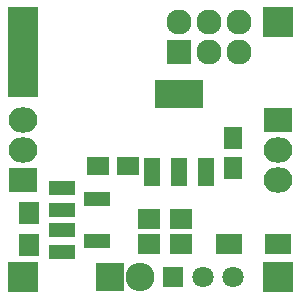
<source format=gbs>
G04 #@! TF.FileFunction,Soldermask,Bot*
%FSLAX46Y46*%
G04 Gerber Fmt 4.6, Leading zero omitted, Abs format (unit mm)*
G04 Created by KiCad (PCBNEW 4.0.1-stable) date 01/09/2016 20:31:35*
%MOMM*%
G01*
G04 APERTURE LIST*
%ADD10C,0.101600*%
%ADD11R,1.650000X1.900000*%
%ADD12R,4.057600X2.432000*%
%ADD13R,1.416000X2.432000*%
%ADD14R,2.200860X1.200100*%
%ADD15R,2.432000X2.127200*%
%ADD16O,2.432000X2.127200*%
%ADD17R,1.900000X1.650000*%
%ADD18R,1.900000X1.700000*%
%ADD19R,1.700000X1.900000*%
%ADD20R,2.127200X2.127200*%
%ADD21O,2.127200X2.127200*%
%ADD22R,2.635200X2.635200*%
%ADD23R,1.797000X1.797000*%
%ADD24C,1.797000*%
%ADD25R,2.178000X1.670000*%
%ADD26R,2.432000X2.432000*%
%ADD27O,2.432000X2.432000*%
G04 APERTURE END LIST*
D10*
D11*
X166943000Y-77682000D03*
X166943000Y-75182000D03*
D12*
X162371000Y-71459000D03*
D13*
X162371000Y-78063000D03*
X160085000Y-78063000D03*
X164657000Y-78063000D03*
D14*
X152487860Y-84855000D03*
X152487860Y-82955000D03*
X155490140Y-83905000D03*
X152487860Y-81299000D03*
X152487860Y-79399000D03*
X155490140Y-80349000D03*
D15*
X170753000Y-73618000D03*
D16*
X170753000Y-76158000D03*
X170753000Y-78698000D03*
D15*
X149163000Y-78698000D03*
D16*
X149163000Y-76158000D03*
X149163000Y-73618000D03*
D17*
X158053000Y-77555000D03*
X155553000Y-77555000D03*
D18*
X162578000Y-84159000D03*
X159878000Y-84159000D03*
X162578000Y-82000000D03*
X159878000Y-82000000D03*
D19*
X149671000Y-84239000D03*
X149671000Y-81539000D03*
D20*
X162371000Y-67903000D03*
D21*
X162371000Y-65363000D03*
X164911000Y-67903000D03*
X164911000Y-65363000D03*
X167451000Y-67903000D03*
X167451000Y-65363000D03*
D22*
X149163000Y-86953000D03*
X170753000Y-86953000D03*
X149163000Y-65363000D03*
X170753000Y-65363000D03*
D23*
X161863000Y-86953000D03*
D24*
X164403000Y-86953000D03*
X166943000Y-86953000D03*
D25*
X170803800Y-84159000D03*
X166663600Y-84159000D03*
D22*
X149163000Y-70443000D03*
X149163000Y-67903000D03*
D26*
X156529000Y-86953000D03*
D27*
X159069000Y-86953000D03*
M02*

</source>
